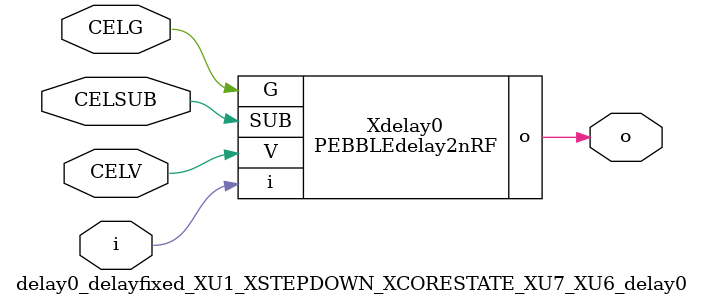
<source format=v>



module PEBBLEdelay2nRF ( o, V, G, i, SUB );

  input V;
  input i;
  input G;
  output o;
  input SUB;
endmodule

//Celera Confidential Do Not Copy delay0_delayfixed_XU1_XSTEPDOWN_XCORESTATE_XU7_XU6_delay0
//TYPE: fixed 2ns
module delay0_delayfixed_XU1_XSTEPDOWN_XCORESTATE_XU7_XU6_delay0 (i, CELV, o,
CELG,CELSUB);
input CELV;
input i;
output o;
input CELSUB;
input CELG;

//Celera Confidential Do Not Copy delayfast0
PEBBLEdelay2nRF Xdelay0(
.V (CELV),
.i (i),
.o (o),
.G (CELG),
.SUB (CELSUB)
);
//,diesize,PEBBLEdelay2nRF

//Celera Confidential Do Not Copy Module End
//Celera Schematic Generator
endmodule

</source>
